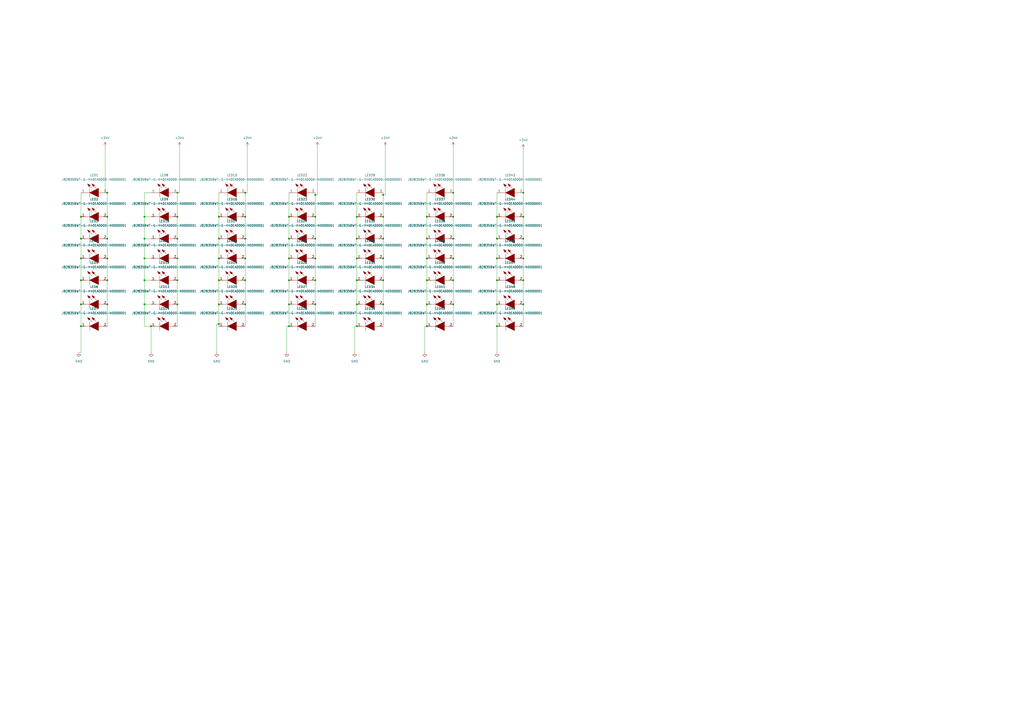
<source format=kicad_sch>
(kicad_sch (version 20211123) (generator eeschema)
  (paper "A2")
  (junction (at 46.99 125.73))
  (junction (at 247.65 138.43))
  (junction (at 182.88 176.53))
  (junction (at 288.29 176.53))
  (junction (at 207.01 149.86))
  (junction (at 207.01 138.43))
  (junction (at 127 162.56))
  (junction (at 182.88 113.03))
  (junction (at 247.65 162.56))
  (junction (at 142.24 111.76))
  (junction (at 182.88 149.86))
  (junction (at 207.01 176.53))
  (junction (at 247.65 189.23))
  (junction (at 102.87 125.73))
  (junction (at 182.88 162.56))
  (junction (at 83.82 138.43))
  (junction (at 247.65 176.53))
  (junction (at 142.24 138.43))
  (junction (at 303.53 149.86))
  (junction (at 142.24 149.86))
  (junction (at 127 149.86))
  (junction (at 222.25 162.56))
  (junction (at 207.01 189.23))
  (junction (at 142.24 162.56))
  (junction (at 288.29 149.86))
  (junction (at 262.89 149.86))
  (junction (at 182.88 138.43))
  (junction (at 247.65 149.86))
  (junction (at 62.23 138.43))
  (junction (at 46.99 162.56))
  (junction (at 222.25 149.86))
  (junction (at 262.89 138.43))
  (junction (at 102.87 111.76))
  (junction (at 303.53 111.76))
  (junction (at 167.64 176.53))
  (junction (at 127 176.53))
  (junction (at 303.53 176.53))
  (junction (at 167.64 149.86))
  (junction (at 262.89 162.56))
  (junction (at 288.29 162.56))
  (junction (at 167.64 162.56))
  (junction (at 127 138.43))
  (junction (at 83.82 125.73))
  (junction (at 262.89 111.76))
  (junction (at 167.64 138.43))
  (junction (at 288.29 138.43))
  (junction (at 46.99 138.43))
  (junction (at 83.82 149.86))
  (junction (at 167.64 125.73))
  (junction (at 207.01 125.73))
  (junction (at 62.23 149.86))
  (junction (at 207.01 162.56))
  (junction (at 62.23 125.73))
  (junction (at 46.99 176.53))
  (junction (at 262.89 176.53))
  (junction (at 247.65 125.73))
  (junction (at 303.53 125.73))
  (junction (at 62.23 162.56))
  (junction (at 182.88 125.73))
  (junction (at 127 187.96))
  (junction (at 222.25 125.73))
  (junction (at 142.24 125.73))
  (junction (at 102.87 138.43))
  (junction (at 46.99 189.23))
  (junction (at 288.29 125.73))
  (junction (at 222.25 176.53))
  (junction (at 222.25 138.43))
  (junction (at 303.53 162.56))
  (junction (at 288.29 189.23))
  (junction (at 102.87 149.86))
  (junction (at 46.99 149.86))
  (junction (at 87.63 189.23))
  (junction (at 62.23 176.53))
  (junction (at 83.82 176.53))
  (junction (at 62.23 111.76))
  (junction (at 102.87 162.56))
  (junction (at 142.24 176.53))
  (junction (at 167.64 189.23))
  (junction (at 83.82 162.56))
  (junction (at 303.53 138.43))
  (junction (at 102.87 176.53))
  (junction (at 127 125.73))
  (junction (at 262.89 125.73))
  (junction (at 222.25 113.03))
  (wire (pts (xy 104.14 111.76) (xy 102.87 111.76)))
  (wire (pts (xy 83.82 162.56) (xy 87.63 162.56)))
  (wire (pts (xy 142.24 162.56) (xy 142.24 176.53)))
  (wire (pts (xy 167.64 189.23) (xy 166.37 189.23)))
  (wire (pts (xy 167.64 176.53) (xy 167.64 189.23)))
  (wire (pts (xy 127 138.43) (xy 127 149.86)))
  (wire (pts (xy 182.88 111.76) (xy 182.88 113.03)))
  (wire (pts (xy 247.65 149.86) (xy 247.65 162.56)))
  (wire (pts (xy 102.87 125.73) (xy 102.87 138.43)))
  (wire (pts (xy 83.82 111.76) (xy 87.63 111.76)))
  (wire (pts (xy 62.23 149.86) (xy 62.23 162.56)))
  (wire (pts (xy 223.52 113.03) (xy 222.25 113.03)))
  (wire (pts (xy 262.89 162.56) (xy 262.89 176.53)))
  (wire (pts (xy 127 187.96) (xy 125.73 187.96)))
  (wire (pts (xy 83.82 138.43) (xy 87.63 138.43)))
  (wire (pts (xy 102.87 138.43) (xy 102.87 149.86)))
  (wire (pts (xy 127 187.96) (xy 127 189.23)))
  (wire (pts (xy 102.87 176.53) (xy 102.87 189.23)))
  (wire (pts (xy 45.72 204.47) (xy 46.99 204.47)))
  (wire (pts (xy 288.29 176.53) (xy 288.29 189.23)))
  (wire (pts (xy 207.01 125.73) (xy 207.01 138.43)))
  (wire (pts (xy 167.64 111.76) (xy 167.64 125.73)))
  (wire (pts (xy 46.99 162.56) (xy 46.99 176.53)))
  (wire (pts (xy 83.82 176.53) (xy 87.63 176.53)))
  (wire (pts (xy 167.64 138.43) (xy 167.64 149.86)))
  (wire (pts (xy 222.25 113.03) (xy 222.25 125.73)))
  (wire (pts (xy 222.25 125.73) (xy 222.25 138.43)))
  (wire (pts (xy 143.51 85.09) (xy 143.51 111.76)))
  (wire (pts (xy 62.23 111.76) (xy 62.23 125.73)))
  (wire (pts (xy 87.63 189.23) (xy 87.63 204.47)))
  (wire (pts (xy 222.25 176.53) (xy 222.25 189.23)))
  (wire (pts (xy 127 149.86) (xy 127 162.56)))
  (wire (pts (xy 62.23 162.56) (xy 62.23 176.53)))
  (wire (pts (xy 207.01 162.56) (xy 207.01 176.53)))
  (wire (pts (xy 182.88 162.56) (xy 182.88 176.53)))
  (wire (pts (xy 182.88 113.03) (xy 182.88 125.73)))
  (wire (pts (xy 182.88 125.73) (xy 182.88 138.43)))
  (wire (pts (xy 262.89 176.53) (xy 262.89 189.23)))
  (wire (pts (xy 102.87 162.56) (xy 102.87 176.53)))
  (wire (pts (xy 207.01 138.43) (xy 207.01 149.86)))
  (wire (pts (xy 127 162.56) (xy 127 176.53)))
  (wire (pts (xy 288.29 149.86) (xy 288.29 162.56)))
  (wire (pts (xy 288.29 138.43) (xy 288.29 149.86)))
  (wire (pts (xy 142.24 111.76) (xy 142.24 125.73)))
  (wire (pts (xy 288.29 162.56) (xy 288.29 176.53)))
  (wire (pts (xy 62.23 125.73) (xy 62.23 138.43)))
  (wire (pts (xy 246.38 189.23) (xy 246.38 204.47)))
  (wire (pts (xy 207.01 111.76) (xy 207.01 125.73)))
  (wire (pts (xy 222.25 138.43) (xy 222.25 149.86)))
  (wire (pts (xy 182.88 176.53) (xy 182.88 189.23)))
  (wire (pts (xy 207.01 189.23) (xy 205.74 189.23)))
  (wire (pts (xy 207.01 176.53) (xy 207.01 189.23)))
  (wire (pts (xy 142.24 176.53) (xy 142.24 189.23)))
  (wire (pts (xy 262.89 125.73) (xy 262.89 138.43)))
  (wire (pts (xy 288.29 111.76) (xy 288.29 125.73)))
  (wire (pts (xy 83.82 138.43) (xy 83.82 149.86)))
  (wire (pts (xy 184.15 85.09) (xy 184.15 113.03)))
  (wire (pts (xy 222.25 162.56) (xy 222.25 176.53)))
  (wire (pts (xy 102.87 149.86) (xy 102.87 162.56)))
  (wire (pts (xy 247.65 189.23) (xy 246.38 189.23)))
  (wire (pts (xy 127 176.53) (xy 127 187.96)))
  (wire (pts (xy 46.99 111.76) (xy 46.99 125.73)))
  (wire (pts (xy 83.82 125.73) (xy 87.63 125.73)))
  (wire (pts (xy 247.65 111.76) (xy 247.65 125.73)))
  (wire (pts (xy 222.25 111.76) (xy 222.25 113.03)))
  (wire (pts (xy 167.64 149.86) (xy 167.64 162.56)))
  (wire (pts (xy 207.01 149.86) (xy 207.01 162.56)))
  (wire (pts (xy 288.29 125.73) (xy 288.29 138.43)))
  (wire (pts (xy 303.53 125.73) (xy 303.53 138.43)))
  (wire (pts (xy 83.82 162.56) (xy 83.82 176.53)))
  (wire (pts (xy 62.23 138.43) (xy 62.23 149.86)))
  (wire (pts (xy 46.99 125.73) (xy 46.99 138.43)))
  (wire (pts (xy 303.53 86.36) (xy 303.53 111.76)))
  (wire (pts (xy 303.53 176.53) (xy 303.53 189.23)))
  (wire (pts (xy 125.73 187.96) (xy 125.73 204.47)))
  (wire (pts (xy 247.65 176.53) (xy 247.65 189.23)))
  (wire (pts (xy 288.29 189.23) (xy 288.29 204.47)))
  (wire (pts (xy 142.24 125.73) (xy 142.24 138.43)))
  (wire (pts (xy 142.24 138.43) (xy 142.24 149.86)))
  (wire (pts (xy 46.99 189.23) (xy 46.99 204.47)))
  (wire (pts (xy 262.89 149.86) (xy 262.89 162.56)))
  (wire (pts (xy 60.96 111.76) (xy 62.23 111.76)))
  (wire (pts (xy 223.52 85.09) (xy 223.52 113.03)))
  (wire (pts (xy 127 111.76) (xy 127 125.73)))
  (wire (pts (xy 167.64 162.56) (xy 167.64 176.53)))
  (wire (pts (xy 142.24 149.86) (xy 142.24 162.56)))
  (wire (pts (xy 262.89 85.09) (xy 262.89 111.76)))
  (wire (pts (xy 46.99 138.43) (xy 46.99 149.86)))
  (wire (pts (xy 303.53 111.76) (xy 303.53 125.73)))
  (wire (pts (xy 247.65 138.43) (xy 247.65 149.86)))
  (wire (pts (xy 104.14 85.09) (xy 104.14 111.76)))
  (wire (pts (xy 222.25 149.86) (xy 222.25 162.56)))
  (wire (pts (xy 166.37 189.23) (xy 166.37 204.47)))
  (wire (pts (xy 182.88 138.43) (xy 182.88 149.86)))
  (wire (pts (xy 247.65 162.56) (xy 247.65 176.53)))
  (wire (pts (xy 303.53 138.43) (xy 303.53 149.86)))
  (wire (pts (xy 62.23 176.53) (xy 62.23 189.23)))
  (wire (pts (xy 247.65 125.73) (xy 247.65 138.43)))
  (wire (pts (xy 182.88 149.86) (xy 182.88 162.56)))
  (wire (pts (xy 303.53 149.86) (xy 303.53 162.56)))
  (wire (pts (xy 83.82 189.23) (xy 87.63 189.23)))
  (wire (pts (xy 83.82 125.73) (xy 83.82 138.43)))
  (wire (pts (xy 262.89 138.43) (xy 262.89 149.86)))
  (wire (pts (xy 167.64 125.73) (xy 167.64 138.43)))
  (wire (pts (xy 262.89 111.76) (xy 262.89 125.73)))
  (wire (pts (xy 184.15 113.03) (xy 182.88 113.03)))
  (wire (pts (xy 60.96 85.09) (xy 60.96 111.76)))
  (wire (pts (xy 46.99 176.53) (xy 46.99 189.23)))
  (wire (pts (xy 46.99 149.86) (xy 46.99 162.56)))
  (wire (pts (xy 143.51 111.76) (xy 142.24 111.76)))
  (wire (pts (xy 83.82 149.86) (xy 83.82 162.56)))
  (wire (pts (xy 102.87 111.76) (xy 102.87 125.73)))
  (wire (pts (xy 303.53 162.56) (xy 303.53 176.53)))
  (wire (pts (xy 83.82 176.53) (xy 83.82 189.23)))
  (wire (pts (xy 83.82 149.86) (xy 87.63 149.86)))
  (wire (pts (xy 127 125.73) (xy 127 138.43)))
  (wire (pts (xy 83.82 111.76) (xy 83.82 125.73)))
  (wire (pts (xy 205.74 189.23) (xy 205.74 204.47)))
  (symbol (lib_id "2835 LED SMD:JB2835BWT-G-H40EA0000-N0000001") (at 167.64 162.56 0) (unit 1)
    (property "Reference" "LED26" (at 175.26 152.4 0))
    (property "Value" "JB2835BWT-G-H40EA0000-N0000001" (at 175.26 154.94 0))
    (property "Footprint" "2835-library:JB2835BWTGH40EA0000N0000001" (effects hide))
    (property "Description" "JB2835BWT-G-H40EA0000-N0000001" (effects hide))
    (property "Height" "0.7" (effects hide))
    (property "Manufacturer_Name" "Cree, Inc." (effects hide))
    (property "Manufacturer_Part_Number" "JB2835BWT-G-H40EA0000-N0000001" (effects hide))
    (property "Mouser Part Number" "941-JB2835BWTGH40EAN" (effects hide))
    (property "Mouser Price/Stock" "https://www.mouser.co.uk/ProductDetail/Cree-Inc/JB2835BWT-G-H40EA0000-N0000001?qs=GedFDFLaBXFuqSWl8S6r5A%3D%3D" (effects hide))
    (property "Arrow Part Number" "JB2835BWT-G-H40EA0000-N0000001" (effects hide))
    (property "Arrow Price/Stock" "https://www.arrow.com/en/products/jb2835bwt-g-h40ea0000-n0000001/cree-led?region=nac" (effects hide))
  )
  (symbol (lib_id "2835 LED SMD:JB2835BWT-G-H40EA0000-N0000001") (at 46.99 111.76 0) (unit 1)
    (property "Reference" "LED1" (at 54.61 101.6 0))
    (property "Value" "JB2835BWT-G-H40EA0000-N0000001" (at 54.61 104.14 0))
    (property "Footprint" "2835-library:JB2835BWTGH40EA0000N0000001" (effects hide))
    (property "Description" "JB2835BWT-G-H40EA0000-N0000001" (effects hide))
    (property "Height" "0.7" (effects hide))
    (property "Manufacturer_Name" "Cree, Inc." (effects hide))
    (property "Manufacturer_Part_Number" "JB2835BWT-G-H40EA0000-N0000001" (effects hide))
    (property "Mouser Part Number" "941-JB2835BWTGH40EAN" (effects hide))
    (property "Mouser Price/Stock" "https://www.mouser.co.uk/ProductDetail/Cree-Inc/JB2835BWT-G-H40EA0000-N0000001?qs=GedFDFLaBXFuqSWl8S6r5A%3D%3D" (effects hide))
    (property "Arrow Part Number" "JB2835BWT-G-H40EA0000-N0000001" (effects hide))
    (property "Arrow Price/Stock" "https://www.arrow.com/en/products/jb2835bwt-g-h40ea0000-n0000001/cree-led?region=nac" (effects hide))
  )
  (symbol (lib_id "2835 LED SMD:JB2835BWT-G-H40EA0000-N0000001") (at 247.65 138.43 0) (unit 1)
    (property "Reference" "LED38" (at 255.27 128.27 0))
    (property "Value" "JB2835BWT-G-H40EA0000-N0000001" (at 255.27 130.81 0))
    (property "Footprint" "2835-library:JB2835BWTGH40EA0000N0000001" (effects hide))
    (property "Description" "JB2835BWT-G-H40EA0000-N0000001" (effects hide))
    (property "Height" "0.7" (effects hide))
    (property "Manufacturer_Name" "Cree, Inc." (effects hide))
    (property "Manufacturer_Part_Number" "JB2835BWT-G-H40EA0000-N0000001" (effects hide))
    (property "Mouser Part Number" "941-JB2835BWTGH40EAN" (effects hide))
    (property "Mouser Price/Stock" "https://www.mouser.co.uk/ProductDetail/Cree-Inc/JB2835BWT-G-H40EA0000-N0000001?qs=GedFDFLaBXFuqSWl8S6r5A%3D%3D" (effects hide))
    (property "Arrow Part Number" "JB2835BWT-G-H40EA0000-N0000001" (effects hide))
    (property "Arrow Price/Stock" "https://www.arrow.com/en/products/jb2835bwt-g-h40ea0000-n0000001/cree-led?region=nac" (effects hide))
  )
  (symbol (lib_id "power:+24V") (at 223.52 85.09 0) (unit 1)
    (property "Reference" "#PWR0104" (effects hide))
    (property "Value" "+24V" (at 223.52 80.01 0))
  )
  (symbol (lib_id "2835 LED SMD:JB2835BWT-G-H40EA0000-N0000001") (at 46.99 125.73 0) (unit 1)
    (property "Reference" "LED2" (at 54.61 115.57 0))
    (property "Value" "JB2835BWT-G-H40EA0000-N0000001" (at 54.61 118.11 0))
    (property "Footprint" "2835-library:JB2835BWTGH40EA0000N0000001" (effects hide))
    (property "Description" "JB2835BWT-G-H40EA0000-N0000001" (effects hide))
    (property "Height" "0.7" (effects hide))
    (property "Manufacturer_Name" "Cree, Inc." (effects hide))
    (property "Manufacturer_Part_Number" "JB2835BWT-G-H40EA0000-N0000001" (effects hide))
    (property "Mouser Part Number" "941-JB2835BWTGH40EAN" (effects hide))
    (property "Mouser Price/Stock" "https://www.mouser.co.uk/ProductDetail/Cree-Inc/JB2835BWT-G-H40EA0000-N0000001?qs=GedFDFLaBXFuqSWl8S6r5A%3D%3D" (effects hide))
    (property "Arrow Part Number" "JB2835BWT-G-H40EA0000-N0000001" (effects hide))
    (property "Arrow Price/Stock" "https://www.arrow.com/en/products/jb2835bwt-g-h40ea0000-n0000001/cree-led?region=nac" (effects hide))
  )
  (symbol (lib_id "power:+24V") (at 184.15 85.09 0) (unit 1)
    (property "Reference" "#PWR0105" (effects hide))
    (property "Value" "+24V" (at 184.15 80.01 0))
  )
  (symbol (lib_id "2835 LED SMD:JB2835BWT-G-H40EA0000-N0000001") (at 127 149.86 0) (unit 1)
    (property "Reference" "LED18" (at 134.62 139.7 0))
    (property "Value" "JB2835BWT-G-H40EA0000-N0000001" (at 134.62 142.24 0))
    (property "Footprint" "2835-library:JB2835BWTGH40EA0000N0000001" (effects hide))
    (property "Description" "JB2835BWT-G-H40EA0000-N0000001" (effects hide))
    (property "Height" "0.7" (effects hide))
    (property "Manufacturer_Name" "Cree, Inc." (effects hide))
    (property "Manufacturer_Part_Number" "JB2835BWT-G-H40EA0000-N0000001" (effects hide))
    (property "Mouser Part Number" "941-JB2835BWTGH40EAN" (effects hide))
    (property "Mouser Price/Stock" "https://www.mouser.co.uk/ProductDetail/Cree-Inc/JB2835BWT-G-H40EA0000-N0000001?qs=GedFDFLaBXFuqSWl8S6r5A%3D%3D" (effects hide))
    (property "Arrow Part Number" "JB2835BWT-G-H40EA0000-N0000001" (effects hide))
    (property "Arrow Price/Stock" "https://www.arrow.com/en/products/jb2835bwt-g-h40ea0000-n0000001/cree-led?region=nac" (effects hide))
  )
  (symbol (lib_id "2835 LED SMD:JB2835BWT-G-H40EA0000-N0000001") (at 207.01 149.86 0) (unit 1)
    (property "Reference" "LED32" (at 214.63 139.7 0))
    (property "Value" "JB2835BWT-G-H40EA0000-N0000001" (at 214.63 142.24 0))
    (property "Footprint" "2835-library:JB2835BWTGH40EA0000N0000001" (effects hide))
    (property "Description" "JB2835BWT-G-H40EA0000-N0000001" (effects hide))
    (property "Height" "0.7" (effects hide))
    (property "Manufacturer_Name" "Cree, Inc." (effects hide))
    (property "Manufacturer_Part_Number" "JB2835BWT-G-H40EA0000-N0000001" (effects hide))
    (property "Mouser Part Number" "941-JB2835BWTGH40EAN" (effects hide))
    (property "Mouser Price/Stock" "https://www.mouser.co.uk/ProductDetail/Cree-Inc/JB2835BWT-G-H40EA0000-N0000001?qs=GedFDFLaBXFuqSWl8S6r5A%3D%3D" (effects hide))
    (property "Arrow Part Number" "JB2835BWT-G-H40EA0000-N0000001" (effects hide))
    (property "Arrow Price/Stock" "https://www.arrow.com/en/products/jb2835bwt-g-h40ea0000-n0000001/cree-led?region=nac" (effects hide))
  )
  (symbol (lib_id "2835 LED SMD:JB2835BWT-G-H40EA0000-N0000001") (at 87.63 125.73 0) (unit 1)
    (property "Reference" "LED9" (at 95.25 115.57 0))
    (property "Value" "JB2835BWT-G-H40EA0000-N0000001" (at 95.25 118.11 0))
    (property "Footprint" "2835-library:JB2835BWTGH40EA0000N0000001" (effects hide))
    (property "Description" "JB2835BWT-G-H40EA0000-N0000001" (effects hide))
    (property "Height" "0.7" (effects hide))
    (property "Manufacturer_Name" "Cree, Inc." (effects hide))
    (property "Manufacturer_Part_Number" "JB2835BWT-G-H40EA0000-N0000001" (effects hide))
    (property "Mouser Part Number" "941-JB2835BWTGH40EAN" (effects hide))
    (property "Mouser Price/Stock" "https://www.mouser.co.uk/ProductDetail/Cree-Inc/JB2835BWT-G-H40EA0000-N0000001?qs=GedFDFLaBXFuqSWl8S6r5A%3D%3D" (effects hide))
    (property "Arrow Part Number" "JB2835BWT-G-H40EA0000-N0000001" (effects hide))
    (property "Arrow Price/Stock" "https://www.arrow.com/en/products/jb2835bwt-g-h40ea0000-n0000001/cree-led?region=nac" (effects hide))
  )
  (symbol (lib_id "2835 LED SMD:JB2835BWT-G-H40EA0000-N0000001") (at 288.29 138.43 0) (unit 1)
    (property "Reference" "LED45" (at 295.91 128.27 0))
    (property "Value" "JB2835BWT-G-H40EA0000-N0000001" (at 295.91 130.81 0))
    (property "Footprint" "2835-library:JB2835BWTGH40EA0000N0000001" (effects hide))
    (property "Description" "JB2835BWT-G-H40EA0000-N0000001" (effects hide))
    (property "Height" "0.7" (effects hide))
    (property "Manufacturer_Name" "Cree, Inc." (effects hide))
    (property "Manufacturer_Part_Number" "JB2835BWT-G-H40EA0000-N0000001" (effects hide))
    (property "Mouser Part Number" "941-JB2835BWTGH40EAN" (effects hide))
    (property "Mouser Price/Stock" "https://www.mouser.co.uk/ProductDetail/Cree-Inc/JB2835BWT-G-H40EA0000-N0000001?qs=GedFDFLaBXFuqSWl8S6r5A%3D%3D" (effects hide))
    (property "Arrow Part Number" "JB2835BWT-G-H40EA0000-N0000001" (effects hide))
    (property "Arrow Price/Stock" "https://www.arrow.com/en/products/jb2835bwt-g-h40ea0000-n0000001/cree-led?region=nac" (effects hide))
  )
  (symbol (lib_id "2835 LED SMD:JB2835BWT-G-H40EA0000-N0000001") (at 207.01 125.73 0) (unit 1)
    (property "Reference" "LED30" (at 214.63 115.57 0))
    (property "Value" "JB2835BWT-G-H40EA0000-N0000001" (at 214.63 118.11 0))
    (property "Footprint" "2835-library:JB2835BWTGH40EA0000N0000001" (effects hide))
    (property "Description" "JB2835BWT-G-H40EA0000-N0000001" (effects hide))
    (property "Height" "0.7" (effects hide))
    (property "Manufacturer_Name" "Cree, Inc." (effects hide))
    (property "Manufacturer_Part_Number" "JB2835BWT-G-H40EA0000-N0000001" (effects hide))
    (property "Mouser Part Number" "941-JB2835BWTGH40EAN" (effects hide))
    (property "Mouser Price/Stock" "https://www.mouser.co.uk/ProductDetail/Cree-Inc/JB2835BWT-G-H40EA0000-N0000001?qs=GedFDFLaBXFuqSWl8S6r5A%3D%3D" (effects hide))
    (property "Arrow Part Number" "JB2835BWT-G-H40EA0000-N0000001" (effects hide))
    (property "Arrow Price/Stock" "https://www.arrow.com/en/products/jb2835bwt-g-h40ea0000-n0000001/cree-led?region=nac" (effects hide))
  )
  (symbol (lib_id "2835 LED SMD:JB2835BWT-G-H40EA0000-N0000001") (at 87.63 189.23 0) (unit 1)
    (property "Reference" "LED14" (at 95.25 179.07 0))
    (property "Value" "JB2835BWT-G-H40EA0000-N0000001" (at 95.25 181.61 0))
    (property "Footprint" "2835-library:JB2835BWTGH40EA0000N0000001" (effects hide))
    (property "Description" "JB2835BWT-G-H40EA0000-N0000001" (effects hide))
    (property "Height" "0.7" (effects hide))
    (property "Manufacturer_Name" "Cree, Inc." (effects hide))
    (property "Manufacturer_Part_Number" "JB2835BWT-G-H40EA0000-N0000001" (effects hide))
    (property "Mouser Part Number" "941-JB2835BWTGH40EAN" (effects hide))
    (property "Mouser Price/Stock" "https://www.mouser.co.uk/ProductDetail/Cree-Inc/JB2835BWT-G-H40EA0000-N0000001?qs=GedFDFLaBXFuqSWl8S6r5A%3D%3D" (effects hide))
    (property "Arrow Part Number" "JB2835BWT-G-H40EA0000-N0000001" (effects hide))
    (property "Arrow Price/Stock" "https://www.arrow.com/en/products/jb2835bwt-g-h40ea0000-n0000001/cree-led?region=nac" (effects hide))
  )
  (symbol (lib_id "2835 LED SMD:JB2835BWT-G-H40EA0000-N0000001") (at 288.29 189.23 0) (unit 1)
    (property "Reference" "LED49" (at 295.91 179.07 0))
    (property "Value" "JB2835BWT-G-H40EA0000-N0000001" (at 295.91 181.61 0))
    (property "Footprint" "2835-library:JB2835BWTGH40EA0000N0000001" (effects hide))
    (property "Description" "JB2835BWT-G-H40EA0000-N0000001" (effects hide))
    (property "Height" "0.7" (effects hide))
    (property "Manufacturer_Name" "Cree, Inc." (effects hide))
    (property "Manufacturer_Part_Number" "JB2835BWT-G-H40EA0000-N0000001" (effects hide))
    (property "Mouser Part Number" "941-JB2835BWTGH40EAN" (effects hide))
    (property "Mouser Price/Stock" "https://www.mouser.co.uk/ProductDetail/Cree-Inc/JB2835BWT-G-H40EA0000-N0000001?qs=GedFDFLaBXFuqSWl8S6r5A%3D%3D" (effects hide))
    (property "Arrow Part Number" "JB2835BWT-G-H40EA0000-N0000001" (effects hide))
    (property "Arrow Price/Stock" "https://www.arrow.com/en/products/jb2835bwt-g-h40ea0000-n0000001/cree-led?region=nac" (effects hide))
  )
  (symbol (lib_id "2835 LED SMD:JB2835BWT-G-H40EA0000-N0000001") (at 87.63 162.56 0) (unit 1)
    (property "Reference" "LED12" (at 95.25 152.4 0))
    (property "Value" "JB2835BWT-G-H40EA0000-N0000001" (at 95.25 154.94 0))
    (property "Footprint" "2835-library:JB2835BWTGH40EA0000N0000001" (effects hide))
    (property "Description" "JB2835BWT-G-H40EA0000-N0000001" (effects hide))
    (property "Height" "0.7" (effects hide))
    (property "Manufacturer_Name" "Cree, Inc." (effects hide))
    (property "Manufacturer_Part_Number" "JB2835BWT-G-H40EA0000-N0000001" (effects hide))
    (property "Mouser Part Number" "941-JB2835BWTGH40EAN" (effects hide))
    (property "Mouser Price/Stock" "https://www.mouser.co.uk/ProductDetail/Cree-Inc/JB2835BWT-G-H40EA0000-N0000001?qs=GedFDFLaBXFuqSWl8S6r5A%3D%3D" (effects hide))
    (property "Arrow Part Number" "JB2835BWT-G-H40EA0000-N0000001" (effects hide))
    (property "Arrow Price/Stock" "https://www.arrow.com/en/products/jb2835bwt-g-h40ea0000-n0000001/cree-led?region=nac" (effects hide))
  )
  (symbol (lib_id "2835 LED SMD:JB2835BWT-G-H40EA0000-N0000001") (at 127 176.53 0) (unit 1)
    (property "Reference" "LED20" (at 134.62 166.37 0))
    (property "Value" "JB2835BWT-G-H40EA0000-N0000001" (at 134.62 168.91 0))
    (property "Footprint" "2835-library:JB2835BWTGH40EA0000N0000001" (effects hide))
    (property "Description" "JB2835BWT-G-H40EA0000-N0000001" (effects hide))
    (property "Height" "0.7" (effects hide))
    (property "Manufacturer_Name" "Cree, Inc." (effects hide))
    (property "Manufacturer_Part_Number" "JB2835BWT-G-H40EA0000-N0000001" (effects hide))
    (property "Mouser Part Number" "941-JB2835BWTGH40EAN" (effects hide))
    (property "Mouser Price/Stock" "https://www.mouser.co.uk/ProductDetail/Cree-Inc/JB2835BWT-G-H40EA0000-N0000001?qs=GedFDFLaBXFuqSWl8S6r5A%3D%3D" (effects hide))
    (property "Arrow Part Number" "JB2835BWT-G-H40EA0000-N0000001" (effects hide))
    (property "Arrow Price/Stock" "https://www.arrow.com/en/products/jb2835bwt-g-h40ea0000-n0000001/cree-led?region=nac" (effects hide))
  )
  (symbol (lib_id "2835 LED SMD:JB2835BWT-G-H40EA0000-N0000001") (at 207.01 189.23 0) (unit 1)
    (property "Reference" "LED35" (at 214.63 179.07 0))
    (property "Value" "JB2835BWT-G-H40EA0000-N0000001" (at 214.63 181.61 0))
    (property "Footprint" "2835-library:JB2835BWTGH40EA0000N0000001" (effects hide))
    (property "Description" "JB2835BWT-G-H40EA0000-N0000001" (effects hide))
    (property "Height" "0.7" (effects hide))
    (property "Manufacturer_Name" "Cree, Inc." (effects hide))
    (property "Manufacturer_Part_Number" "JB2835BWT-G-H40EA0000-N0000001" (effects hide))
    (property "Mouser Part Number" "941-JB2835BWTGH40EAN" (effects hide))
    (property "Mouser Price/Stock" "https://www.mouser.co.uk/ProductDetail/Cree-Inc/JB2835BWT-G-H40EA0000-N0000001?qs=GedFDFLaBXFuqSWl8S6r5A%3D%3D" (effects hide))
    (property "Arrow Part Number" "JB2835BWT-G-H40EA0000-N0000001" (effects hide))
    (property "Arrow Price/Stock" "https://www.arrow.com/en/products/jb2835bwt-g-h40ea0000-n0000001/cree-led?region=nac" (effects hide))
  )
  (symbol (lib_id "2835 LED SMD:JB2835BWT-G-H40EA0000-N0000001") (at 46.99 162.56 0) (unit 1)
    (property "Reference" "LED5" (at 54.61 152.4 0))
    (property "Value" "JB2835BWT-G-H40EA0000-N0000001" (at 54.61 154.94 0))
    (property "Footprint" "2835-library:JB2835BWTGH40EA0000N0000001" (effects hide))
    (property "Description" "JB2835BWT-G-H40EA0000-N0000001" (effects hide))
    (property "Height" "0.7" (effects hide))
    (property "Manufacturer_Name" "Cree, Inc." (effects hide))
    (property "Manufacturer_Part_Number" "JB2835BWT-G-H40EA0000-N0000001" (effects hide))
    (property "Mouser Part Number" "941-JB2835BWTGH40EAN" (effects hide))
    (property "Mouser Price/Stock" "https://www.mouser.co.uk/ProductDetail/Cree-Inc/JB2835BWT-G-H40EA0000-N0000001?qs=GedFDFLaBXFuqSWl8S6r5A%3D%3D" (effects hide))
    (property "Arrow Part Number" "JB2835BWT-G-H40EA0000-N0000001" (effects hide))
    (property "Arrow Price/Stock" "https://www.arrow.com/en/products/jb2835bwt-g-h40ea0000-n0000001/cree-led?region=nac" (effects hide))
  )
  (symbol (lib_id "2835 LED SMD:JB2835BWT-G-H40EA0000-N0000001") (at 167.64 138.43 0) (unit 1)
    (property "Reference" "LED24" (at 175.26 128.27 0))
    (property "Value" "JB2835BWT-G-H40EA0000-N0000001" (at 175.26 130.81 0))
    (property "Footprint" "2835-library:JB2835BWTGH40EA0000N0000001" (effects hide))
    (property "Description" "JB2835BWT-G-H40EA0000-N0000001" (effects hide))
    (property "Height" "0.7" (effects hide))
    (property "Manufacturer_Name" "Cree, Inc." (effects hide))
    (property "Manufacturer_Part_Number" "JB2835BWT-G-H40EA0000-N0000001" (effects hide))
    (property "Mouser Part Number" "941-JB2835BWTGH40EAN" (effects hide))
    (property "Mouser Price/Stock" "https://www.mouser.co.uk/ProductDetail/Cree-Inc/JB2835BWT-G-H40EA0000-N0000001?qs=GedFDFLaBXFuqSWl8S6r5A%3D%3D" (effects hide))
    (property "Arrow Part Number" "JB2835BWT-G-H40EA0000-N0000001" (effects hide))
    (property "Arrow Price/Stock" "https://www.arrow.com/en/products/jb2835bwt-g-h40ea0000-n0000001/cree-led?region=nac" (effects hide))
  )
  (symbol (lib_id "2835 LED SMD:JB2835BWT-G-H40EA0000-N0000001") (at 127 125.73 0) (unit 1)
    (property "Reference" "LED16" (at 134.62 115.57 0))
    (property "Value" "JB2835BWT-G-H40EA0000-N0000001" (at 134.62 118.11 0))
    (property "Footprint" "2835-library:JB2835BWTGH40EA0000N0000001" (effects hide))
    (property "Description" "JB2835BWT-G-H40EA0000-N0000001" (effects hide))
    (property "Height" "0.7" (effects hide))
    (property "Manufacturer_Name" "Cree, Inc." (effects hide))
    (property "Manufacturer_Part_Number" "JB2835BWT-G-H40EA0000-N0000001" (effects hide))
    (property "Mouser Part Number" "941-JB2835BWTGH40EAN" (effects hide))
    (property "Mouser Price/Stock" "https://www.mouser.co.uk/ProductDetail/Cree-Inc/JB2835BWT-G-H40EA0000-N0000001?qs=GedFDFLaBXFuqSWl8S6r5A%3D%3D" (effects hide))
    (property "Arrow Part Number" "JB2835BWT-G-H40EA0000-N0000001" (effects hide))
    (property "Arrow Price/Stock" "https://www.arrow.com/en/products/jb2835bwt-g-h40ea0000-n0000001/cree-led?region=nac" (effects hide))
  )
  (symbol (lib_id "2835 LED SMD:JB2835BWT-G-H40EA0000-N0000001") (at 167.64 149.86 0) (unit 1)
    (property "Reference" "LED25" (at 175.26 139.7 0))
    (property "Value" "JB2835BWT-G-H40EA0000-N0000001" (at 175.26 142.24 0))
    (property "Footprint" "2835-library:JB2835BWTGH40EA0000N0000001" (effects hide))
    (property "Description" "JB2835BWT-G-H40EA0000-N0000001" (effects hide))
    (property "Height" "0.7" (effects hide))
    (property "Manufacturer_Name" "Cree, Inc." (effects hide))
    (property "Manufacturer_Part_Number" "JB2835BWT-G-H40EA0000-N0000001" (effects hide))
    (property "Mouser Part Number" "941-JB2835BWTGH40EAN" (effects hide))
    (property "Mouser Price/Stock" "https://www.mouser.co.uk/ProductDetail/Cree-Inc/JB2835BWT-G-H40EA0000-N0000001?qs=GedFDFLaBXFuqSWl8S6r5A%3D%3D" (effects hide))
    (property "Arrow Part Number" "JB2835BWT-G-H40EA0000-N0000001" (effects hide))
    (property "Arrow Price/Stock" "https://www.arrow.com/en/products/jb2835bwt-g-h40ea0000-n0000001/cree-led?region=nac" (effects hide))
  )
  (symbol (lib_id "2835 LED SMD:JB2835BWT-G-H40EA0000-N0000001") (at 46.99 176.53 0) (unit 1)
    (property "Reference" "LED6" (at 54.61 166.37 0))
    (property "Value" "JB2835BWT-G-H40EA0000-N0000001" (at 54.61 168.91 0))
    (property "Footprint" "2835-library:JB2835BWTGH40EA0000N0000001" (effects hide))
    (property "Description" "JB2835BWT-G-H40EA0000-N0000001" (effects hide))
    (property "Height" "0.7" (effects hide))
    (property "Manufacturer_Name" "Cree, Inc." (effects hide))
    (property "Manufacturer_Part_Number" "JB2835BWT-G-H40EA0000-N0000001" (effects hide))
    (property "Mouser Part Number" "941-JB2835BWTGH40EAN" (effects hide))
    (property "Mouser Price/Stock" "https://www.mouser.co.uk/ProductDetail/Cree-Inc/JB2835BWT-G-H40EA0000-N0000001?qs=GedFDFLaBXFuqSWl8S6r5A%3D%3D" (effects hide))
    (property "Arrow Part Number" "JB2835BWT-G-H40EA0000-N0000001" (effects hide))
    (property "Arrow Price/Stock" "https://www.arrow.com/en/products/jb2835bwt-g-h40ea0000-n0000001/cree-led?region=nac" (effects hide))
  )
  (symbol (lib_id "2835 LED SMD:JB2835BWT-G-H40EA0000-N0000001") (at 247.65 111.76 0) (unit 1)
    (property "Reference" "LED36" (at 255.27 101.6 0))
    (property "Value" "JB2835BWT-G-H40EA0000-N0000001" (at 255.27 104.14 0))
    (property "Footprint" "2835-library:JB2835BWTGH40EA0000N0000001" (effects hide))
    (property "Description" "JB2835BWT-G-H40EA0000-N0000001" (effects hide))
    (property "Height" "0.7" (effects hide))
    (property "Manufacturer_Name" "Cree, Inc." (effects hide))
    (property "Manufacturer_Part_Number" "JB2835BWT-G-H40EA0000-N0000001" (effects hide))
    (property "Mouser Part Number" "941-JB2835BWTGH40EAN" (effects hide))
    (property "Mouser Price/Stock" "https://www.mouser.co.uk/ProductDetail/Cree-Inc/JB2835BWT-G-H40EA0000-N0000001?qs=GedFDFLaBXFuqSWl8S6r5A%3D%3D" (effects hide))
    (property "Arrow Part Number" "JB2835BWT-G-H40EA0000-N0000001" (effects hide))
    (property "Arrow Price/Stock" "https://www.arrow.com/en/products/jb2835bwt-g-h40ea0000-n0000001/cree-led?region=nac" (effects hide))
  )
  (symbol (lib_id "2835 LED SMD:JB2835BWT-G-H40EA0000-N0000001") (at 167.64 125.73 0) (unit 1)
    (property "Reference" "LED23" (at 175.26 115.57 0))
    (property "Value" "JB2835BWT-G-H40EA0000-N0000001" (at 175.26 118.11 0))
    (property "Footprint" "2835-library:JB2835BWTGH40EA0000N0000001" (effects hide))
    (property "Description" "JB2835BWT-G-H40EA0000-N0000001" (effects hide))
    (property "Height" "0.7" (effects hide))
    (property "Manufacturer_Name" "Cree, Inc." (effects hide))
    (property "Manufacturer_Part_Number" "JB2835BWT-G-H40EA0000-N0000001" (effects hide))
    (property "Mouser Part Number" "941-JB2835BWTGH40EAN" (effects hide))
    (property "Mouser Price/Stock" "https://www.mouser.co.uk/ProductDetail/Cree-Inc/JB2835BWT-G-H40EA0000-N0000001?qs=GedFDFLaBXFuqSWl8S6r5A%3D%3D" (effects hide))
    (property "Arrow Part Number" "JB2835BWT-G-H40EA0000-N0000001" (effects hide))
    (property "Arrow Price/Stock" "https://www.arrow.com/en/products/jb2835bwt-g-h40ea0000-n0000001/cree-led?region=nac" (effects hide))
  )
  (symbol (lib_id "2835 LED SMD:JB2835BWT-G-H40EA0000-N0000001") (at 87.63 111.76 0) (unit 1)
    (property "Reference" "LED8" (at 95.25 101.6 0))
    (property "Value" "JB2835BWT-G-H40EA0000-N0000001" (at 95.25 104.14 0))
    (property "Footprint" "2835-library:JB2835BWTGH40EA0000N0000001" (effects hide))
    (property "Description" "JB2835BWT-G-H40EA0000-N0000001" (effects hide))
    (property "Height" "0.7" (effects hide))
    (property "Manufacturer_Name" "Cree, Inc." (effects hide))
    (property "Manufacturer_Part_Number" "JB2835BWT-G-H40EA0000-N0000001" (effects hide))
    (property "Mouser Part Number" "941-JB2835BWTGH40EAN" (effects hide))
    (property "Mouser Price/Stock" "https://www.mouser.co.uk/ProductDetail/Cree-Inc/JB2835BWT-G-H40EA0000-N0000001?qs=GedFDFLaBXFuqSWl8S6r5A%3D%3D" (effects hide))
    (property "Arrow Part Number" "JB2835BWT-G-H40EA0000-N0000001" (effects hide))
    (property "Arrow Price/Stock" "https://www.arrow.com/en/products/jb2835bwt-g-h40ea0000-n0000001/cree-led?region=nac" (effects hide))
  )
  (symbol (lib_id "2835 LED SMD:JB2835BWT-G-H40EA0000-N0000001") (at 167.64 111.76 0) (unit 1)
    (property "Reference" "LED22" (at 175.26 101.6 0))
    (property "Value" "JB2835BWT-G-H40EA0000-N0000001" (at 175.26 104.14 0))
    (property "Footprint" "2835-library:JB2835BWTGH40EA0000N0000001" (effects hide))
    (property "Description" "JB2835BWT-G-H40EA0000-N0000001" (effects hide))
    (property "Height" "0.7" (effects hide))
    (property "Manufacturer_Name" "Cree, Inc." (effects hide))
    (property "Manufacturer_Part_Number" "JB2835BWT-G-H40EA0000-N0000001" (effects hide))
    (property "Mouser Part Number" "941-JB2835BWTGH40EAN" (effects hide))
    (property "Mouser Price/Stock" "https://www.mouser.co.uk/ProductDetail/Cree-Inc/JB2835BWT-G-H40EA0000-N0000001?qs=GedFDFLaBXFuqSWl8S6r5A%3D%3D" (effects hide))
    (property "Arrow Part Number" "JB2835BWT-G-H40EA0000-N0000001" (effects hide))
    (property "Arrow Price/Stock" "https://www.arrow.com/en/products/jb2835bwt-g-h40ea0000-n0000001/cree-led?region=nac" (effects hide))
  )
  (symbol (lib_id "2835 LED SMD:JB2835BWT-G-H40EA0000-N0000001") (at 127 162.56 0) (unit 1)
    (property "Reference" "LED19" (at 134.62 152.4 0))
    (property "Value" "JB2835BWT-G-H40EA0000-N0000001" (at 134.62 154.94 0))
    (property "Footprint" "2835-library:JB2835BWTGH40EA0000N0000001" (effects hide))
    (property "Description" "JB2835BWT-G-H40EA0000-N0000001" (effects hide))
    (property "Height" "0.7" (effects hide))
    (property "Manufacturer_Name" "Cree, Inc." (effects hide))
    (property "Manufacturer_Part_Number" "JB2835BWT-G-H40EA0000-N0000001" (effects hide))
    (property "Mouser Part Number" "941-JB2835BWTGH40EAN" (effects hide))
    (property "Mouser Price/Stock" "https://www.mouser.co.uk/ProductDetail/Cree-Inc/JB2835BWT-G-H40EA0000-N0000001?qs=GedFDFLaBXFuqSWl8S6r5A%3D%3D" (effects hide))
    (property "Arrow Part Number" "JB2835BWT-G-H40EA0000-N0000001" (effects hide))
    (property "Arrow Price/Stock" "https://www.arrow.com/en/products/jb2835bwt-g-h40ea0000-n0000001/cree-led?region=nac" (effects hide))
  )
  (symbol (lib_id "2835 LED SMD:JB2835BWT-G-H40EA0000-N0000001") (at 87.63 138.43 0) (unit 1)
    (property "Reference" "LED10" (at 95.25 128.27 0))
    (property "Value" "JB2835BWT-G-H40EA0000-N0000001" (at 95.25 130.81 0))
    (property "Footprint" "2835-library:JB2835BWTGH40EA0000N0000001" (effects hide))
    (property "Description" "JB2835BWT-G-H40EA0000-N0000001" (effects hide))
    (property "Height" "0.7" (effects hide))
    (property "Manufacturer_Name" "Cree, Inc." (effects hide))
    (property "Manufacturer_Part_Number" "JB2835BWT-G-H40EA0000-N0000001" (effects hide))
    (property "Mouser Part Number" "941-JB2835BWTGH40EAN" (effects hide))
    (property "Mouser Price/Stock" "https://www.mouser.co.uk/ProductDetail/Cree-Inc/JB2835BWT-G-H40EA0000-N0000001?qs=GedFDFLaBXFuqSWl8S6r5A%3D%3D" (effects hide))
    (property "Arrow Part Number" "JB2835BWT-G-H40EA0000-N0000001" (effects hide))
    (property "Arrow Price/Stock" "https://www.arrow.com/en/products/jb2835bwt-g-h40ea0000-n0000001/cree-led?region=nac" (effects hide))
  )
  (symbol (lib_id "power:GND") (at 87.63 204.47 0) (unit 1)
    (property "Reference" "#PWR0111" (effects hide))
    (property "Value" "GND" (at 87.63 209.55 0))
  )
  (symbol (lib_id "power:+24V") (at 262.89 85.09 0) (unit 1)
    (property "Reference" "#PWR0102" (effects hide))
    (property "Value" "+24V" (at 262.89 80.01 0))
  )
  (symbol (lib_id "2835 LED SMD:JB2835BWT-G-H40EA0000-N0000001") (at 127 138.43 0) (unit 1)
    (property "Reference" "LED17" (at 134.62 128.27 0))
    (property "Value" "JB2835BWT-G-H40EA0000-N0000001" (at 134.62 130.81 0))
    (property "Footprint" "2835-library:JB2835BWTGH40EA0000N0000001" (effects hide))
    (property "Description" "JB2835BWT-G-H40EA0000-N0000001" (effects hide))
    (property "Height" "0.7" (effects hide))
    (property "Manufacturer_Name" "Cree, Inc." (effects hide))
    (property "Manufacturer_Part_Number" "JB2835BWT-G-H40EA0000-N0000001" (effects hide))
    (property "Mouser Part Number" "941-JB2835BWTGH40EAN" (effects hide))
    (property "Mouser Price/Stock" "https://www.mouser.co.uk/ProductDetail/Cree-Inc/JB2835BWT-G-H40EA0000-N0000001?qs=GedFDFLaBXFuqSWl8S6r5A%3D%3D" (effects hide))
    (property "Arrow Part Number" "JB2835BWT-G-H40EA0000-N0000001" (effects hide))
    (property "Arrow Price/Stock" "https://www.arrow.com/en/products/jb2835bwt-g-h40ea0000-n0000001/cree-led?region=nac" (effects hide))
  )
  (symbol (lib_id "power:GND") (at 45.72 204.47 0) (unit 1)
    (property "Reference" "#PWR0110" (effects hide))
    (property "Value" "GND" (at 45.72 209.55 0))
  )
  (symbol (lib_id "2835 LED SMD:JB2835BWT-G-H40EA0000-N0000001") (at 288.29 111.76 0) (unit 1)
    (property "Reference" "LED43" (at 295.91 101.6 0))
    (property "Value" "JB2835BWT-G-H40EA0000-N0000001" (at 295.91 104.14 0))
    (property "Footprint" "2835-library:JB2835BWTGH40EA0000N0000001" (effects hide))
    (property "Description" "JB2835BWT-G-H40EA0000-N0000001" (effects hide))
    (property "Height" "0.7" (effects hide))
    (property "Manufacturer_Name" "Cree, Inc." (effects hide))
    (property "Manufacturer_Part_Number" "JB2835BWT-G-H40EA0000-N0000001" (effects hide))
    (property "Mouser Part Number" "941-JB2835BWTGH40EAN" (effects hide))
    (property "Mouser Price/Stock" "https://www.mouser.co.uk/ProductDetail/Cree-Inc/JB2835BWT-G-H40EA0000-N0000001?qs=GedFDFLaBXFuqSWl8S6r5A%3D%3D" (effects hide))
    (property "Arrow Part Number" "JB2835BWT-G-H40EA0000-N0000001" (effects hide))
    (property "Arrow Price/Stock" "https://www.arrow.com/en/products/jb2835bwt-g-h40ea0000-n0000001/cree-led?region=nac" (effects hide))
  )
  (symbol (lib_id "2835 LED SMD:JB2835BWT-G-H40EA0000-N0000001") (at 87.63 176.53 0) (unit 1)
    (property "Reference" "LED13" (at 95.25 166.37 0))
    (property "Value" "JB2835BWT-G-H40EA0000-N0000001" (at 95.25 168.91 0))
    (property "Footprint" "2835-library:JB2835BWTGH40EA0000N0000001" (effects hide))
    (property "Description" "JB2835BWT-G-H40EA0000-N0000001" (effects hide))
    (property "Height" "0.7" (effects hide))
    (property "Manufacturer_Name" "Cree, Inc." (effects hide))
    (property "Manufacturer_Part_Number" "JB2835BWT-G-H40EA0000-N0000001" (effects hide))
    (property "Mouser Part Number" "941-JB2835BWTGH40EAN" (effects hide))
    (property "Mouser Price/Stock" "https://www.mouser.co.uk/ProductDetail/Cree-Inc/JB2835BWT-G-H40EA0000-N0000001?qs=GedFDFLaBXFuqSWl8S6r5A%3D%3D" (effects hide))
    (property "Arrow Part Number" "JB2835BWT-G-H40EA0000-N0000001" (effects hide))
    (property "Arrow Price/Stock" "https://www.arrow.com/en/products/jb2835bwt-g-h40ea0000-n0000001/cree-led?region=nac" (effects hide))
  )
  (symbol (lib_id "2835 LED SMD:JB2835BWT-G-H40EA0000-N0000001") (at 288.29 162.56 0) (unit 1)
    (property "Reference" "LED47" (at 295.91 152.4 0))
    (property "Value" "JB2835BWT-G-H40EA0000-N0000001" (at 295.91 154.94 0))
    (property "Footprint" "2835-library:JB2835BWTGH40EA0000N0000001" (effects hide))
    (property "Description" "JB2835BWT-G-H40EA0000-N0000001" (effects hide))
    (property "Height" "0.7" (effects hide))
    (property "Manufacturer_Name" "Cree, Inc." (effects hide))
    (property "Manufacturer_Part_Number" "JB2835BWT-G-H40EA0000-N0000001" (effects hide))
    (property "Mouser Part Number" "941-JB2835BWTGH40EAN" (effects hide))
    (property "Mouser Price/Stock" "https://www.mouser.co.uk/ProductDetail/Cree-Inc/JB2835BWT-G-H40EA0000-N0000001?qs=GedFDFLaBXFuqSWl8S6r5A%3D%3D" (effects hide))
    (property "Arrow Part Number" "JB2835BWT-G-H40EA0000-N0000001" (effects hide))
    (property "Arrow Price/Stock" "https://www.arrow.com/en/products/jb2835bwt-g-h40ea0000-n0000001/cree-led?region=nac" (effects hide))
  )
  (symbol (lib_id "power:+24V") (at 143.51 85.09 0) (unit 1)
    (property "Reference" "#PWR0103" (effects hide))
    (property "Value" "+24V" (at 143.51 80.01 0))
  )
  (symbol (lib_id "2835 LED SMD:JB2835BWT-G-H40EA0000-N0000001") (at 46.99 138.43 0) (unit 1)
    (property "Reference" "LED3" (at 54.61 128.27 0))
    (property "Value" "JB2835BWT-G-H40EA0000-N0000001" (at 54.61 130.81 0))
    (property "Footprint" "2835-library:JB2835BWTGH40EA0000N0000001" (effects hide))
    (property "Description" "JB2835BWT-G-H40EA0000-N0000001" (effects hide))
    (property "Height" "0.7" (effects hide))
    (property "Manufacturer_Name" "Cree, Inc." (effects hide))
    (property "Manufacturer_Part_Number" "JB2835BWT-G-H40EA0000-N0000001" (effects hide))
    (property "Mouser Part Number" "941-JB2835BWTGH40EAN" (effects hide))
    (property "Mouser Price/Stock" "https://www.mouser.co.uk/ProductDetail/Cree-Inc/JB2835BWT-G-H40EA0000-N0000001?qs=GedFDFLaBXFuqSWl8S6r5A%3D%3D" (effects hide))
    (property "Arrow Part Number" "JB2835BWT-G-H40EA0000-N0000001" (effects hide))
    (property "Arrow Price/Stock" "https://www.arrow.com/en/products/jb2835bwt-g-h40ea0000-n0000001/cree-led?region=nac" (effects hide))
  )
  (symbol (lib_id "2835 LED SMD:JB2835BWT-G-H40EA0000-N0000001") (at 167.64 176.53 0) (unit 1)
    (property "Reference" "LED27" (at 175.26 166.37 0))
    (property "Value" "JB2835BWT-G-H40EA0000-N0000001" (at 175.26 168.91 0))
    (property "Footprint" "2835-library:JB2835BWTGH40EA0000N0000001" (effects hide))
    (property "Description" "JB2835BWT-G-H40EA0000-N0000001" (effects hide))
    (property "Height" "0.7" (effects hide))
    (property "Manufacturer_Name" "Cree, Inc." (effects hide))
    (property "Manufacturer_Part_Number" "JB2835BWT-G-H40EA0000-N0000001" (effects hide))
    (property "Mouser Part Number" "941-JB2835BWTGH40EAN" (effects hide))
    (property "Mouser Price/Stock" "https://www.mouser.co.uk/ProductDetail/Cree-Inc/JB2835BWT-G-H40EA0000-N0000001?qs=GedFDFLaBXFuqSWl8S6r5A%3D%3D" (effects hide))
    (property "Arrow Part Number" "JB2835BWT-G-H40EA0000-N0000001" (effects hide))
    (property "Arrow Price/Stock" "https://www.arrow.com/en/products/jb2835bwt-g-h40ea0000-n0000001/cree-led?region=nac" (effects hide))
  )
  (symbol (lib_id "2835 LED SMD:JB2835BWT-G-H40EA0000-N0000001") (at 247.65 189.23 0) (unit 1)
    (property "Reference" "LED42" (at 255.27 179.07 0))
    (property "Value" "JB2835BWT-G-H40EA0000-N0000001" (at 255.27 181.61 0))
    (property "Footprint" "2835-library:JB2835BWTGH40EA0000N0000001" (effects hide))
    (property "Description" "JB2835BWT-G-H40EA0000-N0000001" (effects hide))
    (property "Height" "0.7" (effects hide))
    (property "Manufacturer_Name" "Cree, Inc." (effects hide))
    (property "Manufacturer_Part_Number" "JB2835BWT-G-H40EA0000-N0000001" (effects hide))
    (property "Mouser Part Number" "941-JB2835BWTGH40EAN" (effects hide))
    (property "Mouser Price/Stock" "https://www.mouser.co.uk/ProductDetail/Cree-Inc/JB2835BWT-G-H40EA0000-N0000001?qs=GedFDFLaBXFuqSWl8S6r5A%3D%3D" (effects hide))
    (property "Arrow Part Number" "JB2835BWT-G-H40EA0000-N0000001" (effects hide))
    (property "Arrow Price/Stock" "https://www.arrow.com/en/products/jb2835bwt-g-h40ea0000-n0000001/cree-led?region=nac" (effects hide))
  )
  (symbol (lib_id "power:GND") (at 166.37 204.47 0) (unit 1)
    (property "Reference" "#PWR0106" (effects hide))
    (property "Value" "GND" (at 166.37 209.55 0))
  )
  (symbol (lib_id "power:+24V") (at 303.53 86.36 0) (unit 1)
    (property "Reference" "#PWR0101" (effects hide))
    (property "Value" "+24V" (at 303.53 81.28 0))
  )
  (symbol (lib_id "2835 LED SMD:JB2835BWT-G-H40EA0000-N0000001") (at 247.65 149.86 0) (unit 1)
    (property "Reference" "LED39" (at 255.27 139.7 0))
    (property "Value" "JB2835BWT-G-H40EA0000-N0000001" (at 255.27 142.24 0))
    (property "Footprint" "2835-library:JB2835BWTGH40EA0000N0000001" (effects hide))
    (property "Description" "JB2835BWT-G-H40EA0000-N0000001" (effects hide))
    (property "Height" "0.7" (effects hide))
    (property "Manufacturer_Name" "Cree, Inc." (effects hide))
    (property "Manufacturer_Part_Number" "JB2835BWT-G-H40EA0000-N0000001" (effects hide))
    (property "Mouser Part Number" "941-JB2835BWTGH40EAN" (effects hide))
    (property "Mouser Price/Stock" "https://www.mouser.co.uk/ProductDetail/Cree-Inc/JB2835BWT-G-H40EA0000-N0000001?qs=GedFDFLaBXFuqSWl8S6r5A%3D%3D" (effects hide))
    (property "Arrow Part Number" "JB2835BWT-G-H40EA0000-N0000001" (effects hide))
    (property "Arrow Price/Stock" "https://www.arrow.com/en/products/jb2835bwt-g-h40ea0000-n0000001/cree-led?region=nac" (effects hide))
  )
  (symbol (lib_id "2835 LED SMD:JB2835BWT-G-H40EA0000-N0000001") (at 167.64 189.23 0) (unit 1)
    (property "Reference" "LED28" (at 175.26 179.07 0))
    (property "Value" "JB2835BWT-G-H40EA0000-N0000001" (at 175.26 181.61 0))
    (property "Footprint" "2835-library:JB2835BWTGH40EA0000N0000001" (effects hide))
    (property "Description" "JB2835BWT-G-H40EA0000-N0000001" (effects hide))
    (property "Height" "0.7" (effects hide))
    (property "Manufacturer_Name" "Cree, Inc." (effects hide))
    (property "Manufacturer_Part_Number" "JB2835BWT-G-H40EA0000-N0000001" (effects hide))
    (property "Mouser Part Number" "941-JB2835BWTGH40EAN" (effects hide))
    (property "Mouser Price/Stock" "https://www.mouser.co.uk/ProductDetail/Cree-Inc/JB2835BWT-G-H40EA0000-N0000001?qs=GedFDFLaBXFuqSWl8S6r5A%3D%3D" (effects hide))
    (property "Arrow Part Number" "JB2835BWT-G-H40EA0000-N0000001" (effects hide))
    (property "Arrow Price/Stock" "https://www.arrow.com/en/products/jb2835bwt-g-h40ea0000-n0000001/cree-led?region=nac" (effects hide))
  )
  (symbol (lib_id "2835 LED SMD:JB2835BWT-G-H40EA0000-N0000001") (at 288.29 149.86 0) (unit 1)
    (property "Reference" "LED46" (at 295.91 139.7 0))
    (property "Value" "JB2835BWT-G-H40EA0000-N0000001" (at 295.91 142.24 0))
    (property "Footprint" "2835-library:JB2835BWTGH40EA0000N0000001" (effects hide))
    (property "Description" "JB2835BWT-G-H40EA0000-N0000001" (effects hide))
    (property "Height" "0.7" (effects hide))
    (property "Manufacturer_Name" "Cree, Inc." (effects hide))
    (property "Manufacturer_Part_Number" "JB2835BWT-G-H40EA0000-N0000001" (effects hide))
    (property "Mouser Part Number" "941-JB2835BWTGH40EAN" (effects hide))
    (property "Mouser Price/Stock" "https://www.mouser.co.uk/ProductDetail/Cree-Inc/JB2835BWT-G-H40EA0000-N0000001?qs=GedFDFLaBXFuqSWl8S6r5A%3D%3D" (effects hide))
    (property "Arrow Part Number" "JB2835BWT-G-H40EA0000-N0000001" (effects hide))
    (property "Arrow Price/Stock" "https://www.arrow.com/en/products/jb2835bwt-g-h40ea0000-n0000001/cree-led?region=nac" (effects hide))
  )
  (symbol (lib_id "2835 LED SMD:JB2835BWT-G-H40EA0000-N0000001") (at 207.01 162.56 0) (unit 1)
    (property "Reference" "LED33" (at 214.63 152.4 0))
    (property "Value" "JB2835BWT-G-H40EA0000-N0000001" (at 214.63 154.94 0))
    (property "Footprint" "2835-library:JB2835BWTGH40EA0000N0000001" (effects hide))
    (property "Description" "JB2835BWT-G-H40EA0000-N0000001" (effects hide))
    (property "Height" "0.7" (effects hide))
    (property "Manufacturer_Name" "Cree, Inc." (effects hide))
    (property "Manufacturer_Part_Number" "JB2835BWT-G-H40EA0000-N0000001" (effects hide))
    (property "Mouser Part Number" "941-JB2835BWTGH40EAN" (effects hide))
    (property "Mouser Price/Stock" "https://www.mouser.co.uk/ProductDetail/Cree-Inc/JB2835BWT-G-H40EA0000-N0000001?qs=GedFDFLaBXFuqSWl8S6r5A%3D%3D" (effects hide))
    (property "Arrow Part Number" "JB2835BWT-G-H40EA0000-N0000001" (effects hide))
    (property "Arrow Price/Stock" "https://www.arrow.com/en/products/jb2835bwt-g-h40ea0000-n0000001/cree-led?region=nac" (effects hide))
  )
  (symbol (lib_id "2835 LED SMD:JB2835BWT-G-H40EA0000-N0000001") (at 288.29 176.53 0) (unit 1)
    (property "Reference" "LED48" (at 295.91 166.37 0))
    (property "Value" "JB2835BWT-G-H40EA0000-N0000001" (at 295.91 168.91 0))
    (property "Footprint" "2835-library:JB2835BWTGH40EA0000N0000001" (effects hide))
    (property "Description" "JB2835BWT-G-H40EA0000-N0000001" (effects hide))
    (property "Height" "0.7" (effects hide))
    (property "Manufacturer_Name" "Cree, Inc." (effects hide))
    (property "Manufacturer_Part_Number" "JB2835BWT-G-H40EA0000-N0000001" (effects hide))
    (property "Mouser Part Number" "941-JB2835BWTGH40EAN" (effects hide))
    (property "Mouser Price/Stock" "https://www.mouser.co.uk/ProductDetail/Cree-Inc/JB2835BWT-G-H40EA0000-N0000001?qs=GedFDFLaBXFuqSWl8S6r5A%3D%3D" (effects hide))
    (property "Arrow Part Number" "JB2835BWT-G-H40EA0000-N0000001" (effects hide))
    (property "Arrow Price/Stock" "https://www.arrow.com/en/products/jb2835bwt-g-h40ea0000-n0000001/cree-led?region=nac" (effects hide))
  )
  (symbol (lib_id "2835 LED SMD:JB2835BWT-G-H40EA0000-N0000001") (at 207.01 176.53 0) (unit 1)
    (property "Reference" "LED34" (at 214.63 166.37 0))
    (property "Value" "JB2835BWT-G-H40EA0000-N0000001" (at 214.63 168.91 0))
    (property "Footprint" "2835-library:JB2835BWTGH40EA0000N0000001" (effects hide))
    (property "Description" "JB2835BWT-G-H40EA0000-N0000001" (effects hide))
    (property "Height" "0.7" (effects hide))
    (property "Manufacturer_Name" "Cree, Inc." (effects hide))
    (property "Manufacturer_Part_Number" "JB2835BWT-G-H40EA0000-N0000001" (effects hide))
    (property "Mouser Part Number" "941-JB2835BWTGH40EAN" (effects hide))
    (property "Mouser Price/Stock" "https://www.mouser.co.uk/ProductDetail/Cree-Inc/JB2835BWT-G-H40EA0000-N0000001?qs=GedFDFLaBXFuqSWl8S6r5A%3D%3D" (effects hide))
    (property "Arrow Part Number" "JB2835BWT-G-H40EA0000-N0000001" (effects hide))
    (property "Arrow Price/Stock" "https://www.arrow.com/en/products/jb2835bwt-g-h40ea0000-n0000001/cree-led?region=nac" (effects hide))
  )
  (symbol (lib_id "2835 LED SMD:JB2835BWT-G-H40EA0000-N0000001") (at 247.65 176.53 0) (unit 1)
    (property "Reference" "LED41" (at 255.27 166.37 0))
    (property "Value" "JB2835BWT-G-H40EA0000-N0000001" (at 255.27 168.91 0))
    (property "Footprint" "2835-library:JB2835BWTGH40EA0000N0000001" (effects hide))
    (property "Description" "JB2835BWT-G-H40EA0000-N0000001" (effects hide))
    (property "Height" "0.7" (effects hide))
    (property "Manufacturer_Name" "Cree, Inc." (effects hide))
    (property "Manufacturer_Part_Number" "JB2835BWT-G-H40EA0000-N0000001" (effects hide))
    (property "Mouser Part Number" "941-JB2835BWTGH40EAN" (effects hide))
    (property "Mouser Price/Stock" "https://www.mouser.co.uk/ProductDetail/Cree-Inc/JB2835BWT-G-H40EA0000-N0000001?qs=GedFDFLaBXFuqSWl8S6r5A%3D%3D" (effects hide))
    (property "Arrow Part Number" "JB2835BWT-G-H40EA0000-N0000001" (effects hide))
    (property "Arrow Price/Stock" "https://www.arrow.com/en/products/jb2835bwt-g-h40ea0000-n0000001/cree-led?region=nac" (effects hide))
  )
  (symbol (lib_id "2835 LED SMD:JB2835BWT-G-H40EA0000-N0000001") (at 207.01 111.76 0) (unit 1)
    (property "Reference" "LED29" (at 214.63 101.6 0))
    (property "Value" "JB2835BWT-G-H40EA0000-N0000001" (at 214.63 104.14 0))
    (property "Footprint" "2835-library:JB2835BWTGH40EA0000N0000001" (effects hide))
    (property "Description" "JB2835BWT-G-H40EA0000-N0000001" (effects hide))
    (property "Height" "0.7" (effects hide))
    (property "Manufacturer_Name" "Cree, Inc." (effects hide))
    (property "Manufacturer_Part_Number" "JB2835BWT-G-H40EA0000-N0000001" (effects hide))
    (property "Mouser Part Number" "941-JB2835BWTGH40EAN" (effects hide))
    (property "Mouser Price/Stock" "https://www.mouser.co.uk/ProductDetail/Cree-Inc/JB2835BWT-G-H40EA0000-N0000001?qs=GedFDFLaBXFuqSWl8S6r5A%3D%3D" (effects hide))
    (property "Arrow Part Number" "JB2835BWT-G-H40EA0000-N0000001" (effects hide))
    (property "Arrow Price/Stock" "https://www.arrow.com/en/products/jb2835bwt-g-h40ea0000-n0000001/cree-led?region=nac" (effects hide))
  )
  (symbol (lib_id "power:+24V") (at 60.96 85.09 0) (unit 1)
    (property "Reference" "#PWR0113" (effects hide))
    (property "Value" "+24V" (at 60.96 80.01 0))
  )
  (symbol (lib_id "2835 LED SMD:JB2835BWT-G-H40EA0000-N0000001") (at 46.99 189.23 0) (unit 1)
    (property "Reference" "LED7" (at 54.61 179.07 0))
    (property "Value" "JB2835BWT-G-H40EA0000-N0000001" (at 54.61 181.61 0))
    (property "Footprint" "2835-library:JB2835BWTGH40EA0000N0000001" (effects hide))
    (property "Description" "JB2835BWT-G-H40EA0000-N0000001" (effects hide))
    (property "Height" "0.7" (effects hide))
    (property "Manufacturer_Name" "Cree, Inc." (effects hide))
    (property "Manufacturer_Part_Number" "JB2835BWT-G-H40EA0000-N0000001" (effects hide))
    (property "Mouser Part Number" "941-JB2835BWTGH40EAN" (effects hide))
    (property "Mouser Price/Stock" "https://www.mouser.co.uk/ProductDetail/Cree-Inc/JB2835BWT-G-H40EA0000-N0000001?qs=GedFDFLaBXFuqSWl8S6r5A%3D%3D" (effects hide))
    (property "Arrow Part Number" "JB2835BWT-G-H40EA0000-N0000001" (effects hide))
    (property "Arrow Price/Stock" "https://www.arrow.com/en/products/jb2835bwt-g-h40ea0000-n0000001/cree-led?region=nac" (effects hide))
  )
  (symbol (lib_id "2835 LED SMD:JB2835BWT-G-H40EA0000-N0000001") (at 87.63 149.86 0) (unit 1)
    (property "Reference" "LED11" (at 95.25 139.7 0))
    (property "Value" "JB2835BWT-G-H40EA0000-N0000001" (at 95.25 142.24 0))
    (property "Footprint" "2835-library:JB2835BWTGH40EA0000N0000001" (effects hide))
    (property "Description" "JB2835BWT-G-H40EA0000-N0000001" (effects hide))
    (property "Height" "0.7" (effects hide))
    (property "Manufacturer_Name" "Cree, Inc." (effects hide))
    (property "Manufacturer_Part_Number" "JB2835BWT-G-H40EA0000-N0000001" (effects hide))
    (property "Mouser Part Number" "941-JB2835BWTGH40EAN" (effects hide))
    (property "Mouser Price/Stock" "https://www.mouser.co.uk/ProductDetail/Cree-Inc/JB2835BWT-G-H40EA0000-N0000001?qs=GedFDFLaBXFuqSWl8S6r5A%3D%3D" (effects hide))
    (property "Arrow Part Number" "JB2835BWT-G-H40EA0000-N0000001" (effects hide))
    (property "Arrow Price/Stock" "https://www.arrow.com/en/products/jb2835bwt-g-h40ea0000-n0000001/cree-led?region=nac" (effects hide))
  )
  (symbol (lib_id "2835 LED SMD:JB2835BWT-G-H40EA0000-N0000001") (at 46.99 149.86 0) (unit 1)
    (property "Reference" "LED4" (at 54.61 139.7 0))
    (property "Value" "JB2835BWT-G-H40EA0000-N0000001" (at 54.61 142.24 0))
    (property "Footprint" "2835-library:JB2835BWTGH40EA0000N0000001" (effects hide))
    (property "Description" "JB2835BWT-G-H40EA0000-N0000001" (effects hide))
    (property "Height" "0.7" (effects hide))
    (property "Manufacturer_Name" "Cree, Inc." (effects hide))
    (property "Manufacturer_Part_Number" "JB2835BWT-G-H40EA0000-N0000001" (effects hide))
    (property "Mouser Part Number" "941-JB2835BWTGH40EAN" (effects hide))
    (property "Mouser Price/Stock" "https://www.mouser.co.uk/ProductDetail/Cree-Inc/JB2835BWT-G-H40EA0000-N0000001?qs=GedFDFLaBXFuqSWl8S6r5A%3D%3D" (effects hide))
    (property "Arrow Part Number" "JB2835BWT-G-H40EA0000-N0000001" (effects hide))
    (property "Arrow Price/Stock" "https://www.arrow.com/en/products/jb2835bwt-g-h40ea0000-n0000001/cree-led?region=nac" (effects hide))
  )
  (symbol (lib_id "2835 LED SMD:JB2835BWT-G-H40EA0000-N0000001") (at 127 111.76 0) (unit 1)
    (property "Reference" "LED15" (at 134.62 101.6 0))
    (property "Value" "JB2835BWT-G-H40EA0000-N0000001" (at 134.62 104.14 0))
    (property "Footprint" "2835-library:JB2835BWTGH40EA0000N0000001" (effects hide))
    (property "Description" "JB2835BWT-G-H40EA0000-N0000001" (effects hide))
    (property "Height" "0.7" (effects hide))
    (property "Manufacturer_Name" "Cree, Inc." (effects hide))
    (property "Manufacturer_Part_Number" "JB2835BWT-G-H40EA0000-N0000001" (effects hide))
    (property "Mouser Part Number" "941-JB2835BWTGH40EAN" (effects hide))
    (property "Mouser Price/Stock" "https://www.mouser.co.uk/ProductDetail/Cree-Inc/JB2835BWT-G-H40EA0000-N0000001?qs=GedFDFLaBXFuqSWl8S6r5A%3D%3D" (effects hide))
    (property "Arrow Part Number" "JB2835BWT-G-H40EA0000-N0000001" (effects hide))
    (property "Arrow Price/Stock" "https://www.arrow.com/en/products/jb2835bwt-g-h40ea0000-n0000001/cree-led?region=nac" (effects hide))
  )
  (symbol (lib_id "power:GND") (at 205.74 204.47 0) (unit 1)
    (property "Reference" "#PWR0107" (effects hide))
    (property "Value" "GND" (at 205.74 209.55 0))
  )
  (symbol (lib_id "power:+24V") (at 104.14 85.09 0) (unit 1)
    (property "Reference" "#PWR0114" (effects hide))
    (property "Value" "+24V" (at 104.14 80.01 0))
  )
  (symbol (lib_id "power:GND") (at 125.73 204.47 0) (unit 1)
    (property "Reference" "#PWR0112" (effects hide))
    (property "Value" "GND" (at 125.73 209.55 0))
  )
  (symbol (lib_id "2835 LED SMD:JB2835BWT-G-H40EA0000-N0000001") (at 127 189.23 0) (unit 1)
    (property "Reference" "LED21" (at 134.62 179.07 0))
    (property "Value" "JB2835BWT-G-H40EA0000-N0000001" (at 134.62 181.61 0))
    (property "Footprint" "2835-library:JB2835BWTGH40EA0000N0000001" (effects hide))
    (property "Description" "JB2835BWT-G-H40EA0000-N0000001" (effects hide))
    (property "Height" "0.7" (effects hide))
    (property "Manufacturer_Name" "Cree, Inc." (effects hide))
    (property "Manufacturer_Part_Number" "JB2835BWT-G-H40EA0000-N0000001" (effects hide))
    (property "Mouser Part Number" "941-JB2835BWTGH40EAN" (effects hide))
    (property "Mouser Price/Stock" "https://www.mouser.co.uk/ProductDetail/Cree-Inc/JB2835BWT-G-H40EA0000-N0000001?qs=GedFDFLaBXFuqSWl8S6r5A%3D%3D" (effects hide))
    (property "Arrow Part Number" "JB2835BWT-G-H40EA0000-N0000001" (effects hide))
    (property "Arrow Price/Stock" "https://www.arrow.com/en/products/jb2835bwt-g-h40ea0000-n0000001/cree-led?region=nac" (effects hide))
  )
  (symbol (lib_id "power:GND") (at 246.38 204.47 0) (unit 1)
    (property "Reference" "#PWR0108" (effects hide))
    (property "Value" "GND" (at 246.38 209.55 0))
  )
  (symbol (lib_id "2835 LED SMD:JB2835BWT-G-H40EA0000-N0000001") (at 288.29 125.73 0) (unit 1)
    (property "Reference" "LED44" (at 295.91 115.57 0))
    (property "Value" "JB2835BWT-G-H40EA0000-N0000001" (at 295.91 118.11 0))
    (property "Footprint" "2835-library:JB2835BWTGH40EA0000N0000001" (effects hide))
    (property "Description" "JB2835BWT-G-H40EA0000-N0000001" (effects hide))
    (property "Height" "0.7" (effects hide))
    (property "Manufacturer_Name" "Cree, Inc." (effects hide))
    (property "Manufacturer_Part_Number" "JB2835BWT-G-H40EA0000-N0000001" (effects hide))
    (property "Mouser Part Number" "941-JB2835BWTGH40EAN" (effects hide))
    (property "Mouser Price/Stock" "https://www.mouser.co.uk/ProductDetail/Cree-Inc/JB2835BWT-G-H40EA0000-N0000001?qs=GedFDFLaBXFuqSWl8S6r5A%3D%3D" (effects hide))
    (property "Arrow Part Number" "JB2835BWT-G-H40EA0000-N0000001" (effects hide))
    (property "Arrow Price/Stock" "https://www.arrow.com/en/products/jb2835bwt-g-h40ea0000-n0000001/cree-led?region=nac" (effects hide))
  )
  (symbol (lib_id "power:GND") (at 288.29 204.47 0) (unit 1)
    (property "Reference" "#PWR0109" (effects hide))
    (property "Value" "GND" (at 288.29 209.55 0))
  )
  (symbol (lib_id "2835 LED SMD:JB2835BWT-G-H40EA0000-N0000001") (at 247.65 162.56 0) (unit 1)
    (property "Reference" "LED40" (at 255.27 152.4 0))
    (property "Value" "JB2835BWT-G-H40EA0000-N0000001" (at 255.27 154.94 0))
    (property "Footprint" "2835-library:JB2835BWTGH40EA0000N0000001" (effects hide))
    (property "Description" "JB2835BWT-G-H40EA0000-N0000001" (effects hide))
    (property "Height" "0.7" (effects hide))
    (property "Manufacturer_Name" "Cree, Inc." (effects hide))
    (property "Manufacturer_Part_Number" "JB2835BWT-G-H40EA0000-N0000001" (effects hide))
    (property "Mouser Part Number" "941-JB2835BWTGH40EAN" (effects hide))
    (property "Mouser Price/Stock" "https://www.mouser.co.uk/ProductDetail/Cree-Inc/JB2835BWT-G-H40EA0000-N0000001?qs=GedFDFLaBXFuqSWl8S6r5A%3D%3D" (effects hide))
    (property "Arrow Part Number" "JB2835BWT-G-H40EA0000-N0000001" (effects hide))
    (property "Arrow Price/Stock" "https://www.arrow.com/en/products/jb2835bwt-g-h40ea0000-n0000001/cree-led?region=nac" (effects hide))
  )
  (symbol (lib_id "2835 LED SMD:JB2835BWT-G-H40EA0000-N0000001") (at 207.01 138.43 0) (unit 1)
    (property "Reference" "LED31" (at 214.63 128.27 0))
    (property "Value" "JB2835BWT-G-H40EA0000-N0000001" (at 214.63 130.81 0))
    (property "Footprint" "2835-library:JB2835BWTGH40EA0000N0000001" (effects hide))
    (property "Description" "JB2835BWT-G-H40EA0000-N0000001" (effects hide))
    (property "Height" "0.7" (effects hide))
    (property "Manufacturer_Name" "Cree, Inc." (effects hide))
    (property "Manufacturer_Part_Number" "JB2835BWT-G-H40EA0000-N0000001" (effects hide))
    (property "Mouser Part Number" "941-JB2835BWTGH40EAN" (effects hide))
    (property "Mouser Price/Stock" "https://www.mouser.co.uk/ProductDetail/Cree-Inc/JB2835BWT-G-H40EA0000-N0000001?qs=GedFDFLaBXFuqSWl8S6r5A%3D%3D" (effects hide))
    (property "Arrow Part Number" "JB2835BWT-G-H40EA0000-N0000001" (effects hide))
    (property "Arrow Price/Stock" "https://www.arrow.com/en/products/jb2835bwt-g-h40ea0000-n0000001/cree-led?region=nac" (effects hide))
  )
  (symbol (lib_id "2835 LED SMD:JB2835BWT-G-H40EA0000-N0000001") (at 247.65 125.73 0) (unit 1)
    (property "Reference" "LED37" (at 255.27 115.57 0))
    (property "Value" "JB2835BWT-G-H40EA0000-N0000001" (at 255.27 118.11 0))
    (property "Footprint" "2835-library:JB2835BWTGH40EA0000N0000001" (effects hide))
    (property "Description" "JB2835BWT-G-H40EA0000-N0000001" (effects hide))
    (property "Height" "0.7" (effects hide))
    (property "Manufacturer_Name" "Cree, Inc." (effects hide))
    (property "Manufacturer_Part_Number" "JB2835BWT-G-H40EA0000-N0000001" (effects hide))
    (property "Mouser Part Number" "941-JB2835BWTGH40EAN" (effects hide))
    (property "Mouser Price/Stock" "https://www.mouser.co.uk/ProductDetail/Cree-Inc/JB2835BWT-G-H40EA0000-N0000001?qs=GedFDFLaBXFuqSWl8S6r5A%3D%3D" (effects hide))
    (property "Arrow Part Number" "JB2835BWT-G-H40EA0000-N0000001" (effects hide))
    (property "Arrow Price/Stock" "https://www.arrow.com/en/products/jb2835bwt-g-h40ea0000-n0000001/cree-led?region=nac" (effects hide))
  )
)
</source>
